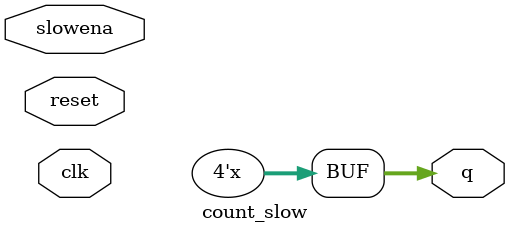
<source format=v>

module count_slow(
    input clk,
    input slowena,
    input reset,
    output reg [3:0] q);

// On the positive edge of the clock:
// if reset is high, reset the output q to 0. 
// Otherwise, only increment the output q if the ena input is high and q is not 9.
always @(clk)
    if (slowena)                             // if slowena is high and q is less than 9,
        q <= (q + 1);                       // shift q down by 1 and increment it
    else if (slowena == 0 &&  q < 10)       // if slowena is low and q is less than 10,
        q <= (q + 1);                       // shift q down by 1 and increment it
endmodule

</source>
